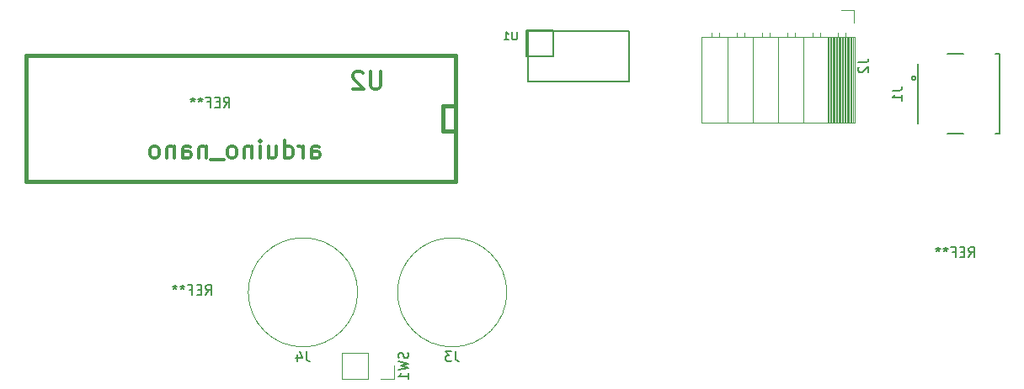
<source format=gbo>
G04 #@! TF.FileFunction,Legend,Bot*
%FSLAX46Y46*%
G04 Gerber Fmt 4.6, Leading zero omitted, Abs format (unit mm)*
G04 Created by KiCad (PCBNEW 4.0.7) date 12/02/17 18:35:54*
%MOMM*%
%LPD*%
G01*
G04 APERTURE LIST*
%ADD10C,0.100000*%
%ADD11C,0.150000*%
%ADD12C,0.120000*%
%ADD13C,0.381000*%
%ADD14C,0.160000*%
%ADD15C,0.304800*%
G04 APERTURE END LIST*
D10*
D11*
X105150000Y-53563000D02*
X102483000Y-53563000D01*
X102483000Y-53563000D02*
X102483000Y-56230000D01*
X110230000Y-53690000D02*
X112770000Y-53690000D01*
X112770000Y-53690000D02*
X112770000Y-56230000D01*
X105150000Y-53690000D02*
X105150000Y-56230000D01*
X105150000Y-56230000D02*
X102610000Y-56230000D01*
X110230000Y-53690000D02*
X102610000Y-53690000D01*
X102610000Y-53690000D02*
X102610000Y-58770000D01*
X102610000Y-58770000D02*
X112770000Y-58770000D01*
X112770000Y-58770000D02*
X112770000Y-56230000D01*
D12*
X135450000Y-54260000D02*
X132850000Y-54260000D01*
X132850000Y-54260000D02*
X132850000Y-62890000D01*
X132850000Y-62890000D02*
X135450000Y-62890000D01*
X135450000Y-62890000D02*
X135450000Y-54260000D01*
X134500000Y-53830000D02*
X134500000Y-54260000D01*
X133740000Y-53830000D02*
X133740000Y-54260000D01*
X135270000Y-54260000D02*
X135270000Y-62890000D01*
X135150000Y-54260000D02*
X135150000Y-62890000D01*
X135030000Y-54260000D02*
X135030000Y-62890000D01*
X134910000Y-54260000D02*
X134910000Y-62890000D01*
X134790000Y-54260000D02*
X134790000Y-62890000D01*
X134670000Y-54260000D02*
X134670000Y-62890000D01*
X134550000Y-54260000D02*
X134550000Y-62890000D01*
X134430000Y-54260000D02*
X134430000Y-62890000D01*
X134310000Y-54260000D02*
X134310000Y-62890000D01*
X134190000Y-54260000D02*
X134190000Y-62890000D01*
X134070000Y-54260000D02*
X134070000Y-62890000D01*
X133950000Y-54260000D02*
X133950000Y-62890000D01*
X133830000Y-54260000D02*
X133830000Y-62890000D01*
X133710000Y-54260000D02*
X133710000Y-62890000D01*
X133590000Y-54260000D02*
X133590000Y-62890000D01*
X133470000Y-54260000D02*
X133470000Y-62890000D01*
X133350000Y-54260000D02*
X133350000Y-62890000D01*
X133230000Y-54260000D02*
X133230000Y-62890000D01*
X133110000Y-54260000D02*
X133110000Y-62890000D01*
X132990000Y-54260000D02*
X132990000Y-62890000D01*
X132870000Y-54260000D02*
X132870000Y-62890000D01*
X132750000Y-54260000D02*
X132750000Y-62890000D01*
X132850000Y-54260000D02*
X130310000Y-54260000D01*
X130310000Y-54260000D02*
X130310000Y-62890000D01*
X130310000Y-62890000D02*
X132850000Y-62890000D01*
X132850000Y-62890000D02*
X132850000Y-54260000D01*
X131960000Y-53830000D02*
X131960000Y-54260000D01*
X131200000Y-53830000D02*
X131200000Y-54260000D01*
X130310000Y-54260000D02*
X127770000Y-54260000D01*
X127770000Y-54260000D02*
X127770000Y-62890000D01*
X127770000Y-62890000D02*
X130310000Y-62890000D01*
X130310000Y-62890000D02*
X130310000Y-54260000D01*
X129420000Y-53830000D02*
X129420000Y-54260000D01*
X128660000Y-53830000D02*
X128660000Y-54260000D01*
X127770000Y-54260000D02*
X125230000Y-54260000D01*
X125230000Y-54260000D02*
X125230000Y-62890000D01*
X125230000Y-62890000D02*
X127770000Y-62890000D01*
X127770000Y-62890000D02*
X127770000Y-54260000D01*
X126880000Y-53830000D02*
X126880000Y-54260000D01*
X126120000Y-53830000D02*
X126120000Y-54260000D01*
X125230000Y-54260000D02*
X122690000Y-54260000D01*
X122690000Y-54260000D02*
X122690000Y-62890000D01*
X122690000Y-62890000D02*
X125230000Y-62890000D01*
X125230000Y-62890000D02*
X125230000Y-54260000D01*
X124340000Y-53830000D02*
X124340000Y-54260000D01*
X123580000Y-53830000D02*
X123580000Y-54260000D01*
X122690000Y-54260000D02*
X120090000Y-54260000D01*
X120090000Y-54260000D02*
X120090000Y-62890000D01*
X120090000Y-62890000D02*
X122690000Y-62890000D01*
X122690000Y-62890000D02*
X122690000Y-54260000D01*
X121800000Y-53830000D02*
X121800000Y-54260000D01*
X121040000Y-53830000D02*
X121040000Y-54260000D01*
X135390000Y-52800000D02*
X135390000Y-51530000D01*
X135390000Y-51530000D02*
X134120000Y-51530000D01*
D11*
X141600000Y-58400000D02*
G75*
G03X141600000Y-58400000I-200000J0D01*
G01*
X141800000Y-57000000D02*
X141800000Y-63000000D01*
X146400000Y-64000000D02*
X144800000Y-64000000D01*
X146400000Y-56000000D02*
X144800000Y-56000000D01*
X150000000Y-64000000D02*
X149600000Y-64000000D01*
X150000000Y-56000000D02*
X149600000Y-56000000D01*
X150000000Y-64000000D02*
X150000000Y-56000000D01*
D13*
X95360000Y-56150000D02*
X52180000Y-56150000D01*
X52180000Y-56150000D02*
X52180000Y-68850000D01*
X52180000Y-68850000D02*
X95360000Y-68850000D01*
X95360000Y-68850000D02*
X95360000Y-56150000D01*
X95360000Y-63770000D02*
X94090000Y-63770000D01*
X94090000Y-63770000D02*
X94090000Y-61230000D01*
X94090000Y-61230000D02*
X95360000Y-61230000D01*
D12*
X100500000Y-80000000D02*
G75*
G03X100500000Y-80000000I-5500000J0D01*
G01*
X85500000Y-80000000D02*
G75*
G03X85500000Y-80000000I-5500000J0D01*
G01*
X83930000Y-88730000D02*
X83930000Y-86070000D01*
X86530000Y-88730000D02*
X83930000Y-88730000D01*
X86530000Y-86070000D02*
X83930000Y-86070000D01*
X86530000Y-88730000D02*
X86530000Y-86070000D01*
X87800000Y-88730000D02*
X89130000Y-88730000D01*
X89130000Y-88730000D02*
X89130000Y-87400000D01*
D14*
X101489524Y-53761905D02*
X101489524Y-54409524D01*
X101451429Y-54485714D01*
X101413333Y-54523810D01*
X101337143Y-54561905D01*
X101184762Y-54561905D01*
X101108571Y-54523810D01*
X101070476Y-54485714D01*
X101032381Y-54409524D01*
X101032381Y-53761905D01*
X100232381Y-54561905D02*
X100689524Y-54561905D01*
X100460953Y-54561905D02*
X100460953Y-53761905D01*
X100537143Y-53876190D01*
X100613334Y-53952381D01*
X100689524Y-53990476D01*
D11*
X135842381Y-56846667D02*
X136556667Y-56846667D01*
X136699524Y-56799047D01*
X136794762Y-56703809D01*
X136842381Y-56560952D01*
X136842381Y-56465714D01*
X135937619Y-57275238D02*
X135890000Y-57322857D01*
X135842381Y-57418095D01*
X135842381Y-57656191D01*
X135890000Y-57751429D01*
X135937619Y-57799048D01*
X136032857Y-57846667D01*
X136128095Y-57846667D01*
X136270952Y-57799048D01*
X136842381Y-57227619D01*
X136842381Y-57846667D01*
X70213333Y-80252381D02*
X70546667Y-79776190D01*
X70784762Y-80252381D02*
X70784762Y-79252381D01*
X70403809Y-79252381D01*
X70308571Y-79300000D01*
X70260952Y-79347619D01*
X70213333Y-79442857D01*
X70213333Y-79585714D01*
X70260952Y-79680952D01*
X70308571Y-79728571D01*
X70403809Y-79776190D01*
X70784762Y-79776190D01*
X69784762Y-79728571D02*
X69451428Y-79728571D01*
X69308571Y-80252381D02*
X69784762Y-80252381D01*
X69784762Y-79252381D01*
X69308571Y-79252381D01*
X68546666Y-79728571D02*
X68880000Y-79728571D01*
X68880000Y-80252381D02*
X68880000Y-79252381D01*
X68403809Y-79252381D01*
X67880000Y-79252381D02*
X67880000Y-79490476D01*
X68118095Y-79395238D02*
X67880000Y-79490476D01*
X67641904Y-79395238D01*
X68022857Y-79680952D02*
X67880000Y-79490476D01*
X67737142Y-79680952D01*
X67118095Y-79252381D02*
X67118095Y-79490476D01*
X67356190Y-79395238D02*
X67118095Y-79490476D01*
X66879999Y-79395238D01*
X67260952Y-79680952D02*
X67118095Y-79490476D01*
X66975237Y-79680952D01*
X146933333Y-76452381D02*
X147266667Y-75976190D01*
X147504762Y-76452381D02*
X147504762Y-75452381D01*
X147123809Y-75452381D01*
X147028571Y-75500000D01*
X146980952Y-75547619D01*
X146933333Y-75642857D01*
X146933333Y-75785714D01*
X146980952Y-75880952D01*
X147028571Y-75928571D01*
X147123809Y-75976190D01*
X147504762Y-75976190D01*
X146504762Y-75928571D02*
X146171428Y-75928571D01*
X146028571Y-76452381D02*
X146504762Y-76452381D01*
X146504762Y-75452381D01*
X146028571Y-75452381D01*
X145266666Y-75928571D02*
X145600000Y-75928571D01*
X145600000Y-76452381D02*
X145600000Y-75452381D01*
X145123809Y-75452381D01*
X144600000Y-75452381D02*
X144600000Y-75690476D01*
X144838095Y-75595238D02*
X144600000Y-75690476D01*
X144361904Y-75595238D01*
X144742857Y-75880952D02*
X144600000Y-75690476D01*
X144457142Y-75880952D01*
X143838095Y-75452381D02*
X143838095Y-75690476D01*
X144076190Y-75595238D02*
X143838095Y-75690476D01*
X143599999Y-75595238D01*
X143980952Y-75880952D02*
X143838095Y-75690476D01*
X143695237Y-75880952D01*
X139252381Y-59666667D02*
X139966667Y-59666667D01*
X140109524Y-59619047D01*
X140204762Y-59523809D01*
X140252381Y-59380952D01*
X140252381Y-59285714D01*
X140252381Y-60666667D02*
X140252381Y-60095238D01*
X140252381Y-60380952D02*
X139252381Y-60380952D01*
X139395238Y-60285714D01*
X139490476Y-60190476D01*
X139538095Y-60095238D01*
D15*
X87824667Y-57716333D02*
X87824667Y-59155667D01*
X87740000Y-59325000D01*
X87655333Y-59409667D01*
X87486000Y-59494333D01*
X87147333Y-59494333D01*
X86978000Y-59409667D01*
X86893333Y-59325000D01*
X86808667Y-59155667D01*
X86808667Y-57716333D01*
X86046666Y-57885667D02*
X85962000Y-57801000D01*
X85792666Y-57716333D01*
X85369333Y-57716333D01*
X85200000Y-57801000D01*
X85115333Y-57885667D01*
X85030666Y-58055000D01*
X85030666Y-58224333D01*
X85115333Y-58478333D01*
X86131333Y-59494333D01*
X85030666Y-59494333D01*
X80839669Y-66479333D02*
X80839669Y-65548000D01*
X80924335Y-65378667D01*
X81093669Y-65294000D01*
X81432335Y-65294000D01*
X81601669Y-65378667D01*
X80839669Y-66394667D02*
X81009002Y-66479333D01*
X81432335Y-66479333D01*
X81601669Y-66394667D01*
X81686335Y-66225333D01*
X81686335Y-66056000D01*
X81601669Y-65886667D01*
X81432335Y-65802000D01*
X81009002Y-65802000D01*
X80839669Y-65717333D01*
X79993002Y-66479333D02*
X79993002Y-65294000D01*
X79993002Y-65632667D02*
X79908335Y-65463333D01*
X79823668Y-65378667D01*
X79654335Y-65294000D01*
X79485002Y-65294000D01*
X78130335Y-66479333D02*
X78130335Y-64701333D01*
X78130335Y-66394667D02*
X78299668Y-66479333D01*
X78638335Y-66479333D01*
X78807668Y-66394667D01*
X78892335Y-66310000D01*
X78977001Y-66140667D01*
X78977001Y-65632667D01*
X78892335Y-65463333D01*
X78807668Y-65378667D01*
X78638335Y-65294000D01*
X78299668Y-65294000D01*
X78130335Y-65378667D01*
X76521668Y-65294000D02*
X76521668Y-66479333D01*
X77283668Y-65294000D02*
X77283668Y-66225333D01*
X77199001Y-66394667D01*
X77029668Y-66479333D01*
X76775668Y-66479333D01*
X76606334Y-66394667D01*
X76521668Y-66310000D01*
X75675001Y-66479333D02*
X75675001Y-65294000D01*
X75675001Y-64701333D02*
X75759667Y-64786000D01*
X75675001Y-64870667D01*
X75590334Y-64786000D01*
X75675001Y-64701333D01*
X75675001Y-64870667D01*
X74828334Y-65294000D02*
X74828334Y-66479333D01*
X74828334Y-65463333D02*
X74743667Y-65378667D01*
X74574334Y-65294000D01*
X74320334Y-65294000D01*
X74151000Y-65378667D01*
X74066334Y-65548000D01*
X74066334Y-66479333D01*
X72965667Y-66479333D02*
X73135000Y-66394667D01*
X73219667Y-66310000D01*
X73304333Y-66140667D01*
X73304333Y-65632667D01*
X73219667Y-65463333D01*
X73135000Y-65378667D01*
X72965667Y-65294000D01*
X72711667Y-65294000D01*
X72542333Y-65378667D01*
X72457667Y-65463333D01*
X72373000Y-65632667D01*
X72373000Y-66140667D01*
X72457667Y-66310000D01*
X72542333Y-66394667D01*
X72711667Y-66479333D01*
X72965667Y-66479333D01*
X72034333Y-66648667D02*
X70679666Y-66648667D01*
X70256333Y-65294000D02*
X70256333Y-66479333D01*
X70256333Y-65463333D02*
X70171666Y-65378667D01*
X70002333Y-65294000D01*
X69748333Y-65294000D01*
X69578999Y-65378667D01*
X69494333Y-65548000D01*
X69494333Y-66479333D01*
X67885666Y-66479333D02*
X67885666Y-65548000D01*
X67970332Y-65378667D01*
X68139666Y-65294000D01*
X68478332Y-65294000D01*
X68647666Y-65378667D01*
X67885666Y-66394667D02*
X68054999Y-66479333D01*
X68478332Y-66479333D01*
X68647666Y-66394667D01*
X68732332Y-66225333D01*
X68732332Y-66056000D01*
X68647666Y-65886667D01*
X68478332Y-65802000D01*
X68054999Y-65802000D01*
X67885666Y-65717333D01*
X67038999Y-65294000D02*
X67038999Y-66479333D01*
X67038999Y-65463333D02*
X66954332Y-65378667D01*
X66784999Y-65294000D01*
X66530999Y-65294000D01*
X66361665Y-65378667D01*
X66276999Y-65548000D01*
X66276999Y-66479333D01*
X65176332Y-66479333D02*
X65345665Y-66394667D01*
X65430332Y-66310000D01*
X65514998Y-66140667D01*
X65514998Y-65632667D01*
X65430332Y-65463333D01*
X65345665Y-65378667D01*
X65176332Y-65294000D01*
X64922332Y-65294000D01*
X64752998Y-65378667D01*
X64668332Y-65463333D01*
X64583665Y-65632667D01*
X64583665Y-66140667D01*
X64668332Y-66310000D01*
X64752998Y-66394667D01*
X64922332Y-66479333D01*
X65176332Y-66479333D01*
D11*
X72023333Y-61352381D02*
X72356667Y-60876190D01*
X72594762Y-61352381D02*
X72594762Y-60352381D01*
X72213809Y-60352381D01*
X72118571Y-60400000D01*
X72070952Y-60447619D01*
X72023333Y-60542857D01*
X72023333Y-60685714D01*
X72070952Y-60780952D01*
X72118571Y-60828571D01*
X72213809Y-60876190D01*
X72594762Y-60876190D01*
X71594762Y-60828571D02*
X71261428Y-60828571D01*
X71118571Y-61352381D02*
X71594762Y-61352381D01*
X71594762Y-60352381D01*
X71118571Y-60352381D01*
X70356666Y-60828571D02*
X70690000Y-60828571D01*
X70690000Y-61352381D02*
X70690000Y-60352381D01*
X70213809Y-60352381D01*
X69690000Y-60352381D02*
X69690000Y-60590476D01*
X69928095Y-60495238D02*
X69690000Y-60590476D01*
X69451904Y-60495238D01*
X69832857Y-60780952D02*
X69690000Y-60590476D01*
X69547142Y-60780952D01*
X68928095Y-60352381D02*
X68928095Y-60590476D01*
X69166190Y-60495238D02*
X68928095Y-60590476D01*
X68689999Y-60495238D01*
X69070952Y-60780952D02*
X68928095Y-60590476D01*
X68785237Y-60780952D01*
X95333333Y-85952381D02*
X95333333Y-86666667D01*
X95380953Y-86809524D01*
X95476191Y-86904762D01*
X95619048Y-86952381D01*
X95714286Y-86952381D01*
X94952381Y-85952381D02*
X94333333Y-85952381D01*
X94666667Y-86333333D01*
X94523809Y-86333333D01*
X94428571Y-86380952D01*
X94380952Y-86428571D01*
X94333333Y-86523810D01*
X94333333Y-86761905D01*
X94380952Y-86857143D01*
X94428571Y-86904762D01*
X94523809Y-86952381D01*
X94809524Y-86952381D01*
X94904762Y-86904762D01*
X94952381Y-86857143D01*
X80333333Y-85952381D02*
X80333333Y-86666667D01*
X80380953Y-86809524D01*
X80476191Y-86904762D01*
X80619048Y-86952381D01*
X80714286Y-86952381D01*
X79428571Y-86285714D02*
X79428571Y-86952381D01*
X79666667Y-85904762D02*
X79904762Y-86619048D01*
X79285714Y-86619048D01*
X90534762Y-86066667D02*
X90582381Y-86209524D01*
X90582381Y-86447620D01*
X90534762Y-86542858D01*
X90487143Y-86590477D01*
X90391905Y-86638096D01*
X90296667Y-86638096D01*
X90201429Y-86590477D01*
X90153810Y-86542858D01*
X90106190Y-86447620D01*
X90058571Y-86257143D01*
X90010952Y-86161905D01*
X89963333Y-86114286D01*
X89868095Y-86066667D01*
X89772857Y-86066667D01*
X89677619Y-86114286D01*
X89630000Y-86161905D01*
X89582381Y-86257143D01*
X89582381Y-86495239D01*
X89630000Y-86638096D01*
X89582381Y-86971429D02*
X90582381Y-87209524D01*
X89868095Y-87400001D01*
X90582381Y-87590477D01*
X89582381Y-87828572D01*
X90582381Y-88733334D02*
X90582381Y-88161905D01*
X90582381Y-88447619D02*
X89582381Y-88447619D01*
X89725238Y-88352381D01*
X89820476Y-88257143D01*
X89868095Y-88161905D01*
M02*

</source>
